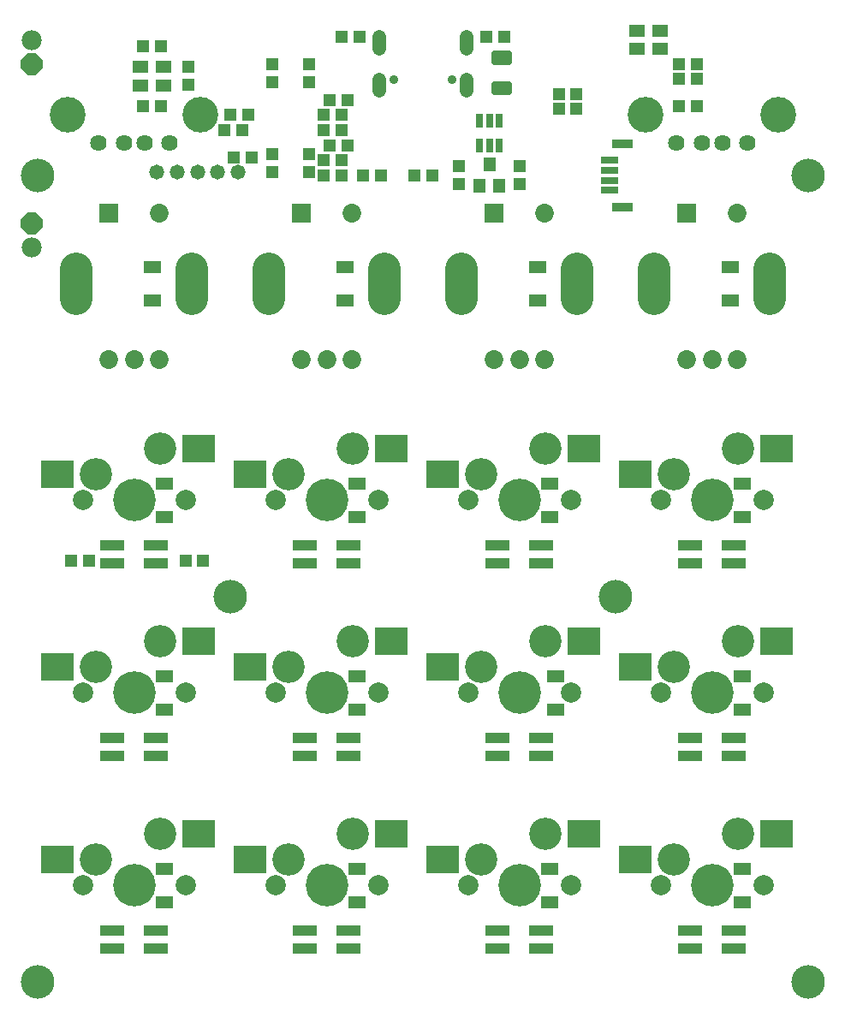
<source format=gbr>
G04 EAGLE Gerber RS-274X export*
G75*
%MOMM*%
%FSLAX34Y34*%
%LPD*%
%INSoldermask Bottom*%
%IPPOS*%
%AMOC8*
5,1,8,0,0,1.08239X$1,22.5*%
G01*
%ADD10C,4.203200*%
%ADD11C,2.004800*%
%ADD12C,3.203200*%
%ADD13R,3.261200X2.703200*%
%ADD14C,0.961200*%
%ADD15R,1.853200X1.853200*%
%ADD16C,1.853200*%
%ADD17C,3.203200*%
%ADD18R,1.253200X1.283200*%
%ADD19R,1.503200X1.253200*%
%ADD20P,2.309387X8X112.500000*%
%ADD21P,2.309387X8X292.500000*%
%ADD22C,1.981200*%
%ADD23R,1.219200X1.403200*%
%ADD24R,1.283200X1.253200*%
%ADD25C,1.625600*%
%ADD26C,3.530600*%
%ADD27C,1.361200*%
%ADD28C,0.903200*%
%ADD29R,0.803200X1.353200*%
%ADD30C,0.505150*%
%ADD31R,2.419200X1.003200*%
%ADD32C,1.473200*%
%ADD33R,1.753200X0.803200*%
%ADD34R,2.003200X0.965200*%
%ADD35R,1.677200X1.240200*%
%ADD36C,3.319200*%


D10*
X190500Y571500D03*
D11*
X139700Y571500D03*
X241300Y571500D03*
D12*
X152400Y596900D03*
X215900Y622300D03*
D13*
X114360Y596900D03*
X253940Y622300D03*
D14*
X114300Y603250D03*
X114300Y590550D03*
X254000Y628650D03*
X254000Y615950D03*
D10*
X381000Y571500D03*
D11*
X330200Y571500D03*
X431800Y571500D03*
D12*
X342900Y596900D03*
X406400Y622300D03*
D13*
X304860Y596900D03*
X444440Y622300D03*
D14*
X304800Y603250D03*
X304800Y590550D03*
X444500Y628650D03*
X444500Y615950D03*
D10*
X571500Y571500D03*
D11*
X520700Y571500D03*
X622300Y571500D03*
D12*
X533400Y596900D03*
X596900Y622300D03*
D13*
X495360Y596900D03*
X634940Y622300D03*
D14*
X495300Y603250D03*
X495300Y590550D03*
X635000Y628650D03*
X635000Y615950D03*
D10*
X762000Y571500D03*
D11*
X711200Y571500D03*
X812800Y571500D03*
D12*
X723900Y596900D03*
X787400Y622300D03*
D13*
X685860Y596900D03*
X825440Y622300D03*
D14*
X685800Y603250D03*
X685800Y590550D03*
X825500Y628650D03*
X825500Y615950D03*
D10*
X190500Y381000D03*
D11*
X139700Y381000D03*
X241300Y381000D03*
D12*
X152400Y406400D03*
X215900Y431800D03*
D13*
X114360Y406400D03*
X253940Y431800D03*
D14*
X114300Y412750D03*
X114300Y400050D03*
X254000Y438150D03*
X254000Y425450D03*
D10*
X381000Y381000D03*
D11*
X330200Y381000D03*
X431800Y381000D03*
D12*
X342900Y406400D03*
X406400Y431800D03*
D13*
X304860Y406400D03*
X444440Y431800D03*
D14*
X304800Y412750D03*
X304800Y400050D03*
X444500Y438150D03*
X444500Y425450D03*
D10*
X571500Y381000D03*
D11*
X520700Y381000D03*
X622300Y381000D03*
D12*
X533400Y406400D03*
X596900Y431800D03*
D13*
X495360Y406400D03*
X634940Y431800D03*
D14*
X495300Y412750D03*
X495300Y400050D03*
X635000Y438150D03*
X635000Y425450D03*
D10*
X762000Y381000D03*
D11*
X711200Y381000D03*
X812800Y381000D03*
D12*
X723900Y406400D03*
X787400Y431800D03*
D13*
X685860Y406400D03*
X825440Y431800D03*
D14*
X685800Y412750D03*
X685800Y400050D03*
X825500Y438150D03*
X825500Y425450D03*
D10*
X190500Y190500D03*
D11*
X139700Y190500D03*
X241300Y190500D03*
D12*
X152400Y215900D03*
X215900Y241300D03*
D13*
X114360Y215900D03*
X253940Y241300D03*
D14*
X114300Y222250D03*
X114300Y209550D03*
X254000Y247650D03*
X254000Y234950D03*
D10*
X381000Y190500D03*
D11*
X330200Y190500D03*
X431800Y190500D03*
D12*
X342900Y215900D03*
X406400Y241300D03*
D13*
X304860Y215900D03*
X444440Y241300D03*
D14*
X304800Y222250D03*
X304800Y209550D03*
X444500Y247650D03*
X444500Y234950D03*
D10*
X571500Y190500D03*
D11*
X520700Y190500D03*
X622300Y190500D03*
D12*
X533400Y215900D03*
X596900Y241300D03*
D13*
X495360Y215900D03*
X634940Y241300D03*
D14*
X495300Y222250D03*
X495300Y209550D03*
X635000Y247650D03*
X635000Y234950D03*
D10*
X762000Y190500D03*
D11*
X711200Y190500D03*
X812800Y190500D03*
D12*
X723900Y215900D03*
X787400Y241300D03*
D13*
X685860Y215900D03*
X825440Y241300D03*
D14*
X685800Y222250D03*
X685800Y209550D03*
X825500Y247650D03*
X825500Y234950D03*
D15*
X165500Y855813D03*
D16*
X215500Y855813D03*
X165500Y710813D03*
X190500Y710813D03*
X215500Y710813D03*
D17*
X133500Y770813D02*
X133500Y800813D01*
X247500Y800813D02*
X247500Y770813D01*
D15*
X356000Y855813D03*
D16*
X406000Y855813D03*
X356000Y710813D03*
X381000Y710813D03*
X406000Y710813D03*
D17*
X324000Y770813D02*
X324000Y800813D01*
X438000Y800813D02*
X438000Y770813D01*
D15*
X546500Y855813D03*
D16*
X596500Y855813D03*
X546500Y710813D03*
X571500Y710813D03*
X596500Y710813D03*
D17*
X514500Y770813D02*
X514500Y800813D01*
X628500Y800813D02*
X628500Y770813D01*
D15*
X737000Y855813D03*
D16*
X787000Y855813D03*
X737000Y710813D03*
X762000Y710813D03*
X787000Y710813D03*
D17*
X705000Y770813D02*
X705000Y800813D01*
X819000Y800813D02*
X819000Y770813D01*
D18*
X303430Y952500D03*
X285930Y952500D03*
X378203Y937617D03*
X395703Y937617D03*
X288906Y910828D03*
X306406Y910828D03*
D19*
X219859Y981945D03*
X219859Y1000445D03*
X196859Y1000445D03*
X196859Y981945D03*
D18*
X199609Y961430D03*
X217109Y961430D03*
X199609Y1020961D03*
X217109Y1020961D03*
D20*
X89297Y1003102D03*
D21*
X89297Y845344D03*
D22*
X89297Y1026914D03*
X89297Y821531D03*
D23*
X541734Y903569D03*
X532234Y882369D03*
X551234Y882369D03*
D18*
X627875Y958453D03*
X610375Y958453D03*
X627875Y973336D03*
X610375Y973336D03*
D24*
X244078Y999945D03*
X244078Y982445D03*
D18*
X485000Y892969D03*
X467500Y892969D03*
X434398Y892969D03*
X416898Y892969D03*
D24*
X571500Y884219D03*
X571500Y901719D03*
X511969Y901719D03*
X511969Y884219D03*
X327422Y913625D03*
X327422Y896125D03*
D18*
X378203Y907852D03*
X395703Y907852D03*
D24*
X327422Y985422D03*
X327422Y1002922D03*
D18*
X378203Y892969D03*
X395703Y892969D03*
X378203Y952500D03*
X395703Y952500D03*
D24*
X363141Y913625D03*
X363141Y896125D03*
X363141Y985422D03*
X363141Y1002922D03*
D18*
X384156Y922734D03*
X401656Y922734D03*
X384156Y967383D03*
X401656Y967383D03*
X297477Y937617D03*
X279977Y937617D03*
D25*
X225425Y925322D03*
X200533Y925322D03*
X180467Y925322D03*
X155575Y925322D03*
D26*
X124841Y952500D03*
X256159Y952500D03*
D25*
X796925Y925322D03*
X772033Y925322D03*
X751967Y925322D03*
X727075Y925322D03*
D26*
X696341Y952500D03*
X827659Y952500D03*
D18*
X729438Y988219D03*
X746938Y988219D03*
X729438Y1003102D03*
X746938Y1003102D03*
X746938Y961430D03*
X729438Y961430D03*
D19*
X710992Y1017664D03*
X710992Y1036164D03*
X687992Y1036164D03*
X687992Y1017664D03*
D27*
X519450Y987928D02*
X519450Y976348D01*
X433050Y976348D02*
X433050Y987928D01*
X519450Y1018148D02*
X519450Y1029728D01*
X433050Y1029728D02*
X433050Y1018148D01*
D28*
X505150Y987438D03*
X447350Y987438D03*
D29*
X551234Y922141D03*
X541734Y922141D03*
X532234Y922141D03*
X532234Y947141D03*
X541734Y947141D03*
X551234Y947141D03*
D18*
X413563Y1029891D03*
X396063Y1029891D03*
X538938Y1029891D03*
X556438Y1029891D03*
D30*
X561231Y983612D02*
X561231Y974632D01*
X546051Y974632D01*
X546051Y983612D01*
X561231Y983612D01*
X561231Y979431D02*
X546051Y979431D01*
X561231Y1004732D02*
X561231Y1013712D01*
X561231Y1004732D02*
X546051Y1004732D01*
X546051Y1013712D01*
X561231Y1013712D01*
X561231Y1009531D02*
X546051Y1009531D01*
D31*
X169170Y526672D03*
X169170Y509172D03*
X211830Y509172D03*
X211830Y526672D03*
X359670Y526672D03*
X359670Y509172D03*
X402330Y509172D03*
X402330Y526672D03*
X550170Y526672D03*
X550170Y509172D03*
X592830Y509172D03*
X592830Y526672D03*
X740670Y526672D03*
X740670Y509172D03*
X783330Y509172D03*
X783330Y526672D03*
X783330Y318672D03*
X783330Y336172D03*
X740670Y336172D03*
X740670Y318672D03*
X592830Y318672D03*
X592830Y336172D03*
X550170Y336172D03*
X550170Y318672D03*
X402330Y318672D03*
X402330Y336172D03*
X359670Y336172D03*
X359670Y318672D03*
X211830Y318672D03*
X211830Y336172D03*
X169170Y336172D03*
X169170Y318672D03*
X169170Y145672D03*
X169170Y128172D03*
X211830Y128172D03*
X211830Y145672D03*
X359670Y145672D03*
X359670Y128172D03*
X402330Y128172D03*
X402330Y145672D03*
X550170Y145672D03*
X550170Y128172D03*
X592830Y128172D03*
X592830Y145672D03*
X740670Y145672D03*
X740670Y128172D03*
X783330Y128172D03*
X783330Y145672D03*
D32*
X253008Y895945D03*
X233008Y895945D03*
X273008Y895945D03*
X293008Y895945D03*
X213008Y895945D03*
D33*
X660797Y877969D03*
X660797Y887969D03*
X660797Y897969D03*
X660797Y907969D03*
D34*
X673347Y861794D03*
X673347Y924144D03*
D35*
X220266Y555150D03*
X220266Y587850D03*
X410766Y555150D03*
X410766Y587850D03*
X601266Y555150D03*
X601266Y587850D03*
X791766Y555150D03*
X791766Y587850D03*
X208359Y769463D03*
X208359Y802163D03*
X398859Y769463D03*
X398859Y802163D03*
X589359Y769463D03*
X589359Y802163D03*
X779859Y769463D03*
X779859Y802163D03*
X220266Y364650D03*
X220266Y397350D03*
X410766Y364650D03*
X410766Y397350D03*
X607219Y364650D03*
X607219Y397350D03*
X791766Y364650D03*
X791766Y397350D03*
X220266Y174150D03*
X220266Y206850D03*
X410766Y174150D03*
X410766Y206850D03*
X601266Y174150D03*
X601266Y206850D03*
X791766Y174150D03*
X791766Y206850D03*
D18*
X128172Y511969D03*
X145672Y511969D03*
X258781Y511969D03*
X241281Y511969D03*
D36*
X857250Y95250D03*
X95250Y95250D03*
X95250Y892969D03*
X857250Y892969D03*
X285750Y476250D03*
X666750Y476250D03*
M02*

</source>
